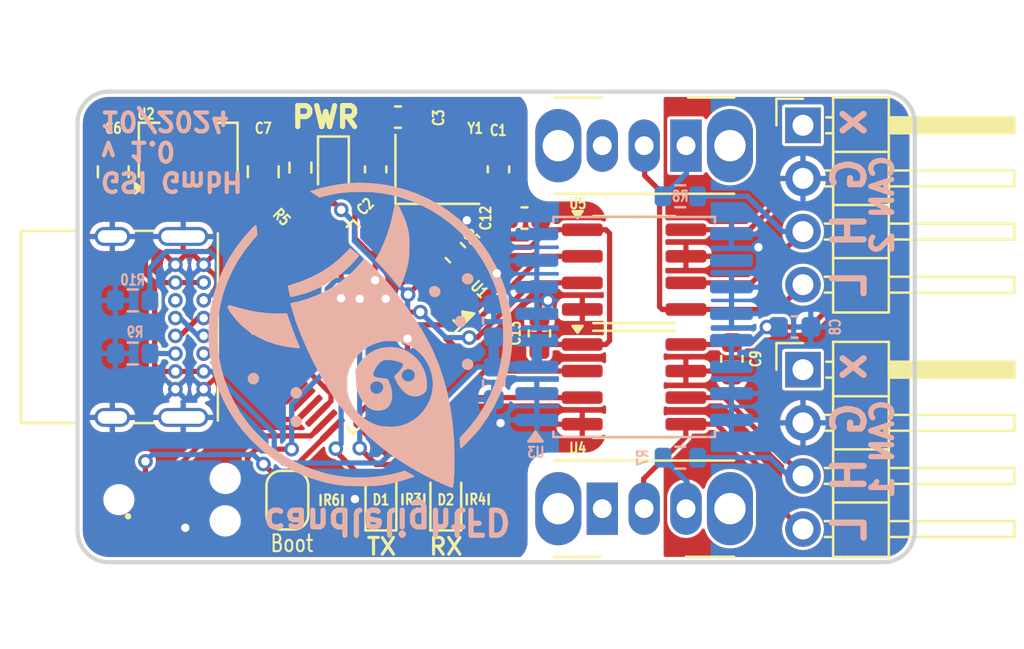
<source format=kicad_pcb>
(kicad_pcb (version 20240108) (generator "pcbnew") (generator_version "8.0")
  (title_block (title "${title}") (date "2022-03-07") (rev "R${release}") (company "${company}") (comment 1 "${release_state}") (comment 2 "${prefix}-P${type_number}-R${release}-B${pcb_variant}-C${pcb_ci}") (comment 3 "hardware/${prefix}-S${type_number}_${short_desciption}"))
  (layers (0 "F.Cu" signal) (31 "B.Cu" signal) (34 "B.Paste" user) (35 "F.Paste" user) (36 "B.SilkS" user "B.Silkscreen") (37 "F.SilkS" user "F.Silkscreen") (38 "B.Mask" user) (39 "F.Mask" user) (44 "Edge.Cuts" user))
  (property "company" "Linux Automation GmbH")
  (property "pcb_ci" "00")
  (property "pcb_variant" "01")
  (property "prefix" "candlelightfd")
  (property "release" "01")
  (property "release_state" "release")
  (property "sch_ci" "00")
  (property "sch_variant" "01")
  (property "short_desciption" "candlelightfd")
  (property "title" "Candlelight FD")
  (property "type_number" "01")
  (net 0 "")
  (net 1 "+3V3")
  (net 2 "GND")
  (net 3 "+5V")
  (net 4 "/USB_N")
  (net 5 "/USB_P")
  (net 6 "Net-(D1-A)")
  (net 7 "Net-(D2-A)")
  (net 8 "Net-(D3-A)")
  (net 9 "/MCU/SWCLK")
  (net 10 "/CAN1_H")
  (net 11 "/CAN1_L")
  (net 12 "/CAN2_H")
  (net 13 "/CAN2_L")
  (net 14 "/MCU/SWDIO")
  (net 15 "+5VD")
  (net 16 "/CAN Transceiver/CAN2_TX")
  (net 18 "/MCU/NRST")
  (net 19 "/MCU/LED_TX")
  (net 20 "/MCU/LED_RX")
  (net 21 "Net-(U1F-PF0{slash}OSC_IN)")
  (net 22 "Net-(U1F-PF1{slash}OSC_OUT)")
  (net 50 "/CAN Transceiver/CAN1_TX")
  (net 51 "/CAN Transceiver/CAN1_RX")
  (net 52 "/CAN Transceiver/CAN2_RX")
  (net 53 "GNDD")
  (net 61 "Net-(J3-CC2)")
  (net 62 "Net-(J3-CC1)")
  (net 66 "Net-(SW1-C)")
  (net 67 "Net-(SW2-A)")
  (footprint "Connector_Tag-Connect:TC2030-NL" (layer "F.Cu") (at 106.1466 137.8966)
    (property "Reference" "X3" (hide yes))
    (property "Value" "TC2030-NL")
  )
  (footprint "Capacitor_SMD:C_0603_1608Metric" (layer "F.Cu") (at 115.875676 122.106516 -90)
    (property "Reference" "C2")
    (property "Value" "6p2_0603_C0G_5%_50V_-40C..125C_Chip-Capacitor")
  )
  (footprint "Capacitor_SMD:C_0603_1608Metric" (layer "F.Cu") (at 132.8928 131.1656 -90)
    (property "Reference" "C9")
    (property "Value" "100n_0603_X7R_10%_50V_-40C..125C_Chip-Capacitor")
  )
  (footprint "LED_SMD:LED_0603_1608Metric" (layer "F.Cu") (at 116.1278 137.8844 90)
    (property "Reference" "D1")
    (property "Value" "KPT-1608SGC")
  )
  (footprint "Connector_USB:USB_C_Receptacle_GCT_USB4085" (layer "F.Cu") (at 107.657 126.6666 -90)
    (property "Reference" "J3" (hide yes))
    (property "Value" "USB_C_Receptacle_USB2.0_16P")
  )
  (footprint "Resistor_SMD:R_0603_1608Metric" (layer "F.Cu") (at 113.7666 137.922 -90)
    (property "Reference" "R6")
    (property "Value" "10k_0603_100mW_1%_E24_Chip-Resistor")
  )
  (footprint "Capacitor_SMD:C_0805_2012Metric" (layer "F.Cu") (at 103.3407 122.2238 90)
    (property "Reference" "C6")
    (property "Value" "10u_0805_X7R_10%_10V_-40C..125C_Chip-Capacitor")
  )
  (footprint "Capacitor_SMD:C_0603_1608Metric" (layer "F.Cu") (at 123.698 129.9464 90)
    (property "Reference" "C13")
    (property "Value" "100n_0603_X7R_10%_50V_-40C..125C_Chip-Capacitor")
  )
  (footprint "Package_TO_SOT_SMD:SOT-89-3" (layer "F.Cu") (at 106.9207 121.239 90)
    (property "Reference" "U2")
    (property "Value" "MCP1754ST-3302E/MB")
  )
  (footprint "Capacitor_SMD:C_0603_1608Metric" (layer "F.Cu") (at 121.7422 122.106516 90)
    (property "Reference" "C1")
    (property "Value" "6p2_0603_C0G_5%_50V_-40C..125C_Chip-Capacitor")
  )
  (footprint "Package_QFP:LQFP-48_7x7mm_P0.5mm" (layer "F.Cu") (at 114.808 129.6416 -135)
    (property "Reference" "U1")
    (property "Value" "STM32G0B1CBT")
  )
  (footprint "Capacitor_SMD:C_0603_1608Metric" (layer "F.Cu") (at 119.6848 126.0856 135)
    (property "Reference" "C5")
    (property "Value" "100n")
  )
  (footprint "Capacitor_SMD:C_0603_1608Metric" (layer "F.Cu") (at 122.9868 124.4346 180)
    (property "Reference" "C12")
    (property "Value" "100n_0603_X7R_10%_50V_-40C..125C_Chip-Capacitor")
  )
  (footprint "Capacitor_SMD:C_0603_1608Metric" (layer "F.Cu") (at 116.9416 119.6086)
    (property "Reference" "C3")
    (property "Value" "100n")
  )
  (footprint "Crystal:Crystal_SMD_3225-4Pin_3.2x2.5mm" (layer "F.Cu") (at 118.8212 122.106516)
    (property "Reference" "Y1")
    (property "Value" "830108313809")
  )
  (footprint "Resistor_SMD:R_0603_1608Metric" (layer "F.Cu") (at 117.6772 137.8844 90)
    (property "Reference" "R3")
    (property "Value" "1k_0603_100mW_1%_E24_Chip-Resistor")
  )
  (footprint "Connector_PinHeader_2.54mm:PinHeader_1x04_P2.54mm_Horizontal" (layer "F.Cu") (at 136.2902 119.9996)
    (property "Reference" "J2" (hide yes))
    (property "Value" "CAN2")
  )
  (footprint "Jumper:SolderJumper-2_P1.3mm_Open_RoundedPad1.0x1.5mm" (layer "F.Cu") (at 111.6584 137.922 90)
    (property "Reference" "P2" (hide yes))
    (property "Value" "CONN_01X02")
  )
  (footprint "Capacitor_SMD:C_0805_2012Metric" (layer "F.Cu") (at 110.5035 122.2238 90)
    (property "Reference" "C7")
    (property "Value" "1u_0805_X7R_10%_10V_-40C..125C_Chip-Capacitor")
  )
  (footprint "LED_SMD:LED_0603_1608Metric" (layer "F.Cu") (at 119.2266 137.8844 90)
    (property "Reference" "D2")
    (property "Value" "KPT-1608SGC")
  )
  (footprint "Button_Switch_THT:SW_Slide_SPDT_Angled_CK_OS102011MA1Q" (layer "F.Cu") (at 126.701801 138.3284)
    (property "Reference" "SW1" (hide yes))
    (property "Value" "Term1")
  )
  (footprint "Resistor_SMD:R_0603_1608Metric" (layer "F.Cu") (at 112.2815 122.0206 90)
    (property "Reference" "R5")
    (property "Value" "1k_0603_100mW_1%_E24_Chip-Resistor")
  )
  (footprint "Package_SO:SOIC-8_3.9x4.9mm_P1.27mm" (layer "F.Cu") (at 128.2192 132.3848)
    (property "Reference" "U4")
    (property "Value" "ISO1044BD")
  )
  (footprint "Button_Switch_THT:SW_Slide_SPDT_Angled_CK_OS102011MA1Q" (layer "F.Cu") (at 130.7018 120.9736 180)
    (property "Reference" "SW2" (hide yes))
    (property "Value" "Term2")
  )
  (footprint "Resistor_SMD:R_0603_1608Metric" (layer "F.Cu") (at 120.7506 137.8844 90)
    (property "Reference" "R4")
    (property "Value" "1k_0603_100mW_1%_E24_Chip-Resistor")
  )
  (footprint "LED_SMD:LED_0603_1608Metric" (layer "F.Cu") (at 113.8563 122.0206 -90)
    (property "Reference" "D3" (hide yes))
    (property "Value" "KPT-1608EC")
  )
  (footprint "Package_SO:SOIC-8_3.9x4.9mm_P1.27mm" (layer "F.Cu") (at 128.2232 126.8984)
    (property "Reference" "U5")
    (property "Value" "ISO1044BD")
  )
  (footprint "Connector_PinHeader_2.54mm:PinHeader_1x04_P2.54mm_Horizontal" (layer "F.Cu") (at 136.2902 131.6836)
    (property "Reference" "J1" (hide yes))
    (property "Value" "CAN1")
  )
  (footprint "Resistor_SMD:R_0603_1608Metric" (layer "B.Cu") (at 104.267 130.9116 180)
    (property "Reference" "R9")
    (property "Value" "5k1_0603_100mW_1%_E24_Chip-Resistor")
  )
  (footprint "Capacitor_SMD:C_0603_1608Metric" (layer "B.Cu") (at 135.89 129.6416)
    (property "Reference" "C8")
    (property "Value" "10u_0603_X7R_10%_50V_-40C..125C_Chip-Capacitor")
  )
  (footprint "Capacitor_SMD:C_0603_1608Metric" (layer "B.Cu") (at 121.5136 129.3368 90)
    (property "Reference" "C10" (hide yes))
    (property "Value" "10u_0603_X7R_10%_50V_-40C..125C_Chip-Capacitor")
  )
  (footprint "Resistor_SMD:R_0603_1608Metric" (layer "B.Cu") (at 130.429 123.3932 180)
    (property "Reference" "R8")
    (property "Value" "120")
  )
  (footprint "Package_SO:SOIC-16W_7.5x10.3mm_P1.27mm" (layer "B.Cu") (at 128.2232 129.6416)
    (property "Reference" "U3")
    (property "Value" "R05CTE05S")
  )
  (footprint "Capacitor_SMD:C_0603_1608Metric" (layer "B.Cu") (at 121.5176 132.334 -90)
    (property "Reference" "C11" (hide yes))
    (property "Value" "100n_0603_X7R_10%_50V_-40C..125C_Chip-Capacitor")
  )
  (footprint "Resistor_SMD:R_0603_1608Metric" (layer "B.Cu") (at 130.429 135.89 180)
    (property "Reference" "R7")
    (property "Value" "120")
  )
  (footprint "Resistor_SMD:R_0603_1608Metric" (layer "B.Cu") (at 104.267 128.3716 180)
    (property "Reference" "R10")
    (property "Value" "5k1_0603_100mW_1%_E24_Chip-Resistor")
  )
  (footprint "mechanical:lag_rocket_14.5mmx15mm" (layer "B.Cu") (at 115.132 129.8416)
    (property "Reference" "NB1" (hide yes))
    (property "Value" "LAG_Rocket" (hide yes))
  )
  (gr_line (start 141.632 119.8916) (end 141.632 139.3916) (stroke (width 0.2)) (layer "Edge.Cuts"))
  (gr_arc (start 101.632 119.8916) (mid 102.07134 118.83094) (end 103.132 118.3916) (stroke (width 0.2)) (layer "Edge.Cuts"))
  (gr_arc (start 141.632 139.3916) (mid 141.19266 140.45226) (end 140.132 140.8916) (stroke (width 0.2)) (layer "Edge.Cuts"))
  (gr_line (start 103.132 118.3916) (end 140.132 118.3916) (stroke (width 0.2)) (layer "Edge.Cuts"))
  (gr_line (start 140.132 140.8916) (end 103.132 140.8916) (stroke (width 0.2)) (layer "Edge.Cuts"))
  (gr_arc (start 140.132 118.3916) (mid 141.19266 118.83094) (end 141.632 119.8916) (stroke (width 0.2)) (layer "Edge.Cuts"))
  (gr_arc (start 103.132 140.8916) (mid 102.07134 140.45226) (end 101.632 139.3916) (stroke (width 0.2)) (layer "Edge.Cuts"))
  (gr_line (start 101.632 139.3916) (end 101.632 119.8916) (stroke (width 0.2)) (layer "Edge.Cuts"))
  (gr_text "candlelightFD" (at 116.432 138.9416 180) (layer "B.SilkS") (effects (font (size 1.2 1.15) (thickness 0.25) (bold yes)) (justify mirror)))
  (gr_text "CAN 2" (at 140.6652 123.7996 90) (layer "B.SilkS") (effects (font (size 1 1) (thickness 0.25) (bold yes)) (justify bottom mirror)))
  (gr_text "x G H L" (at 139.382 135.3916 90) (layer "B.SilkS") (effects (font (size 1.5 1.5) (thickness 0.3) (bold yes)) (justify bottom mirror)))
  (gr_text "GSI GmbH\nv 1.0\n10/2024" (at 102.632 121.2416 180) (layer "B.SilkS") (effects (font (size 0.9 0.9) (thickness 0.2) (bold yes)) (justify left mirror)))
  (gr_text "CAN 1" (at 140.6652 135.4836 90) (layer "B.SilkS") (effects (font (size 1 1) (thickness 0.25) (bold yes)) (justify bottom mirror)))
  (gr_text "x G H L" (at 139.382 123.7076 90) (layer "B.SilkS") (effects (font (size 1.5 1.5) (thickness 0.3) (bold yes)) (justify bottom mirror)))
  (gr_text "RX" (at 119.232 140.1416 0) (layer "F.SilkS") (effects (font (size 0.8 0.8) (thickness 0.15) (bold yes))))
  (gr_text "PWR" (at 113.4872 119.6086 0) (layer "F.SilkS") (effects (font (size 1 1) (thickness 0.25))))
  (gr_text "TX" (at 116.1542 140.1416 0) (layer "F.SilkS") (effects (font (size 0.8 0.8) (thickness 0.15) (bold yes))))
  (gr_text "Boot" (at 110.7948 140.462 0) (layer "F.SilkS") (effects (font (size 0.8 0.6) (thickness 0.1) (bold yes)) (justify left bottom)))
  (segment (start 124.1044 124.9934) (end 123.7618 125.336) (width 0.25) (layer "F.Cu") (net 1))
  (segment (start 120.232808 126.633608) (end 121.034816 125.8316) (width 0.25) (layer "F.Cu") (net 1))
  (segment (start 123.9396 130.4798) (end 123.698 130.7214) (width 0.25) (layer "F.Cu") (net 1))
  (segment (start 117.4242 128.08606) (end 118.281662 127.228598) (width 0.25) (layer "F.Cu") (net 1))
  (segment (start 127.0508 125.1712) (end 126.873 124.9934) (width 0.25) (layer "F.Cu") (net 1))
  (segment (start 104.8766 139.2936) (end 105.4608 139.8778) (width 0.25) (layer "F.Cu") (net 1))
  (segment (start 126.873 124.9934) (end 125.7482 124.9934) (width 0.25) (layer "F.Cu") (net 1))
  (segment (start 121.6904 138.431) (end 121.412 138.7094) (width 0.25) (layer "F.Cu") (net 1))
  (segment (start 123.7618 124.6508) (end 124.1044 124.9934) (width 0.25) (layer "F.Cu") (net 1))
  (segment (start 114.935 133.9342) (end 114.935 134.2898) (width 0.25) (layer "F.Cu") (net 1))
  (segment (start 111.1758 139.8778) (end 111.8108 139.2428) (width 0.25) (layer "F.Cu") (net 1))
  (segment (start 121.0798 135.7122) (end 121.6904 136.3228) (width 0.25) (layer "F.Cu") (net 1))
  (segment (start 113.932 123.7416) (end 112.432 123.7416) (width 0.25) (layer "F.Cu") (net 1))
  (segment (start 112.432 123.7416) (end 112.2815 123.5911) (width 0.25) (layer "F.Cu") (net 1))
  (segment (start 114.232 124.0416) (end 113.932 123.7416) (width 0.25) (layer "F.Cu") (net 1))
  (segment (start 112.1921 122.935) (end 112.2815 122.8456) (width 0.25) (layer "F.Cu") (net 1))
  (segment (start 123.7618 124.4346) (end 123.7618 124.6508) (width 0.25) (layer "F.Cu") (net 1))
  (segment (start 125.7442 130.4798) (end 123.9396 130.4798) (width 0.25) (layer "F.Cu") (net 1))
  (segment (start 126.873 130.4798) (end 127.0508 130.302) (width 0.25) (layer "F.Cu") (net 1))
  (segment (start 119.583758 126.633608) (end 118.635215 127.582151) (width 0.25) (layer "F.Cu") (net 1))
  (segment (start 112.0902 139.5222) (end 111.8108 139.2428) (width 0.25) (layer "F.Cu") (net 1))
  (segment (start 117.982 139.5232) (end 117.6772 139.2184) (width 0.25) (layer "F.Cu") (net 1))
  (segment (start 117.6772 138.7094) (end 117.6772 139.193) (width 0.25) (layer "F.Cu") (net 1))
  (segment (start 110.4883 123.189) (end 110.5035 123.1738) (width 0.25) (layer "F.Cu") (net 1))
  (segment (start 117.4242 128.0922) (end 117.4242 128.08606) (width 0.25) (layer "F.Cu") (net 1))
  (segment (start 114.935 134.2898) (end 116.3574 135.7122) (width 0.25) (layer "F.Cu") (net 1))
  (segment (start 110.7423 122.935) (end 112.1921 122.935) (width 0.25) (layer "F.Cu") (net 1))
  (segment (start 105.4608 139.8778) (end 111.1758 139.8778) (width 0.25) (layer "F.Cu") (net 1))
  (segment (start 108.4207 123.189) (end 110.4883 123.189) (width 0.25) (layer "F.Cu") (net 1))
  (segment (start 111.8108 139.2428) (end 111.8108 138.724399) (width 0.25) (layer "F.Cu") (net 1))
  (segment (start 112.2815 123.5911) (end 112.2815 122.8456) (width 0.25) (layer "F.Cu") (net 1))
  (segment (start 118.281662 127.228598) (end 118.635215 127.582151) (width 0.25) (layer "F.Cu") (net 1))
  (segment (start 120.4458 139.5232) (end 117.982 139.5232) (width 0.25) (layer "F.Cu") (net 1))
  (segment (start 116.3574 135.7122) (end 121.0798 135.7122) (width 0.25) (layer "F.Cu") (net 1))
  (segment (start 117.3988 130.2004) (end 117.3988 131.4704) (width 0.25) (layer "F.Cu") (net 1))
  (segment (start 104.8766 138.5316) (end 104.8766 139.2936) (width 0.25) (layer "F.Cu") (net 1))
  (segment (start 117.6772 139.193) (end 117.348 139.5222) (width 0.25) (layer "F.Cu") (net 1))
  (segment (start 117.3988 131.4704) (end 114.935 133.9342) (width 0.25) (layer "F.Cu") (net 1))
  (segment (start 123.2662 125.8316) (end 123.7618 125.336) (width 0.25) (layer "F.Cu") (net 1))
  (segment (start 120.232808 126.633608) (end 119.583758 126.633608) (width 0.25) (layer "F.Cu") (net 1))
  (segment (start 125.7442 130.4798) (end 126.873 130.4798) (width 0.25) (layer "F.Cu") (net 1))
  (segment (start 127.0508 130.302) (end 127.0508 125.1712) (width 0.25) (layer "F.Cu") (net 1))
  (segment (start 121.412 138.7094) (end 120.7506 138.7094) (width 0.25) (layer "F.Cu") (net 1))
  (segment (start 110.5035 123.1738) (end 110.7423 122.935) (width 0.25) (layer "F.Cu") (net 1))
  (segment (start 120.7506 138.7094) (end 120.7506 139.2184) (width 0.25) (layer "F.Cu") (net 1))
  (segment (start 111.8108 138.724399) (end 111.6584 138.571999) (width 0.25) (layer "F.Cu") (net 1))
  (segment (start 121.034816 125.8316) (end 123.2662 125.8316) (width 0.25) (layer "F.Cu") (net 1))
  (segment (start 117.6772 139.2184) (end 117.6772 138.7094) (width 0.25) (layer "F.Cu") (net 1))
  (segment (start 125.7482 124.9934) (end 124.1044 124.9934) (width 0.25) (layer "F.Cu") (net 1))
  (segment (start 117.348 139.5222) (end 112.0902 139.5222) (width 0.25) (layer "F.Cu") (net 1))
  (segment (start 120.7506 139.2184) (end 120.4458 139.5232) (width 0.25) (layer "F.Cu") (net 1))
  (segment (start 121.6904 136.3228) (end 121.6904 138.431) (width 0.25) (layer "F.Cu") (net 1))
  (segment (start 117.928109 126.875045) (end 118.281662 127.228598) (width 0.25) (layer "F.Cu") (net 1))
  (via (at 114.232 124.0416) (size 0.7) (drill 0.4) (layers "F.Cu" "B.Cu") (net 1))
  (via (at 117.3988 130.2004) (size 0.7) (drill 0.4) (layers "F.Cu" "B.Cu") (net 1))
  (via (at 117.4242 128.0922) (size 0.7) (drill 0.4) (layers "F.Cu" "B.Cu") (net 1))
  (segment (start 114.8588 124.6684) (end 114.8588 125.5268) (width 0.25) (layer "B.Cu") (net 1))
  (segment (start 117.3988 130.2004) (end 117.3988 128.1176) (width 0.25) (layer "B.Cu") (net 1))
  (segment (start 114.8588 125.5268) (end 117.4242 128.0922) (width 0.25) (layer "B.Cu") (net 1))
  (segment (start 114.232 124.0416) (end 114.8588 124.6684) (width 0.25) (layer "B.Cu") (net 1))
  (segment (start 117.3988 128.1176) (end 117.4242 128.0922) (width 0.25) (layer "B.Cu") (net 1))
  (segment (start 121.7422 122.881516) (end 119.9962 122.881516) (width 0.25) (layer "F.Cu") (net 2))
  (segment (start 117.574555 126.521491) (end 118.558454 125.537592) (width 0.25) (layer "F.Cu") (net 2))
  (segment (start 115.950675 121.256516) (end 117.7212 121.256516) (width 0.25) (layer "F.Cu") (net 2))
  (segment (start 115.875676 121.331516) (end 115.950675 121.256516) (width 0.25) (layer "F.Cu") (net 2))
  (segment (start 118.558454 125.537592) (end 119.136792 125.537592) (width 0.25) (layer "F.Cu") (net 2))
  (segment (start 119.9962 122.881516) (end 119.9212 122.956516) (width 0.25) (layer "F.Cu") (net 2))
  (via (at 106.7816 139.2428) (size 0.7) (drill 0.4) (layers "F.Cu" "B.Cu") (net 2))
  (via (at 124.1044 128.3716) (size 0.7) (drill 0.4) (layers "F.Cu" "B.Cu") (net 2))
  (via (at 120.232 124.5416) (size 0.7) (drill 0.4) (layers "F.Cu" "B.Cu") (net 2))
  (via (at 121.666 127.0762) (size 0.7) (drill 0.4) (layers "F.Cu" "B.Cu") (net 2))
  (via (at 114.8842 137.8712) (size 0.7) (drill 0.4) (layers "F.Cu" "B.Cu") (net 2))
  (via (at 121.8438 134.239) (size 0.7) (drill 0.4) (layers "F.Cu" "B.Cu") (net 2))
  (via (at 116.3574 128.2954) (size 0.7) (drill 0.4) (layers "F.Cu" "B.Cu") (net 2))
  (segment (start 105.317 131.479) (end 105.317 127.5166) (width 0.25) (layer "F.Cu") (net 3))
  (segment (start 103.3407 123.1738) (end 103.3559 123.189) (width 0.25) (layer "F.Cu") (net 3))
  (segment (start 103.3559 123.189) (end 105.4207 123.189) (width 0.25) (layer "F.Cu") (net 3))
  (segment (start 107.657 131.7666) (end 106.307 131.7666) (width 0.25) (layer "F.Cu") (net 3))
  (segment (start 105.317 127.5166) (end 106.307 127.5166) (width 0.25) (layer "F.Cu") (net 3))
  (segment (start 105.317 127.5166) (end 104.8766 127.0762) (width 0.25) (layer "F.Cu") (net 3))
  (segment (start 105.6046 131.7666) (end 105.317 131.479) (width 0.25) (layer "F.Cu") (net 3))
  (segment (start 104.8766 124.587) (end 105.4207 124.0429) (width 0.25) (layer "F.Cu") (net 3))
  (segment (start 106.307 127.5166) (end 107.657 127.5166) (width 0.25) (layer "F.Cu") (net 3))
  (segment (start 105.4207 124.0429) (end 105.4207 123.189) (width 0.25) (layer "F.Cu") (net 3))
  (segment (start 106.307 131.7666) (end 105.6046 131.7666) (width 0.25) (layer "F.Cu") (net 3))
  (segment (start 104.8766 127.0762) (end 104.8766 124.587) (width 0.25) (layer "F.Cu") (net 3))
  (segment (start 116.1288 136.144) (end 120.7138 131.559) (width 0.25) (layer "B.Cu") (net 3))
  (segment (start 111.032 135.7208) (end 111.4552 136.144) (width 0.25) (layer "B.Cu") (net 3))
  (segment (start 111.032 134.7416) (end 111.032 135.7208) (width 0.25) (layer "B.Cu") (net 3))
  (segment (start 123.5732 130.2766) (end 121.6784 130.2766) (width 0.5) (layer "B.Cu") (net 3))
  (segment (start 111.4552 136.144) (end 116.1288 136.144) (width 0.25) (layer "B.Cu") (net 3))
  (segment (start 123.5732 131.5466) (end 121.53 131.5466) (width 0.5) (layer "B.Cu") (net 3))
  (segment (start 121.5176 131.559) (end 121.5136 131.555) (width 0.5) (layer "B.Cu") (net 3))
  (segment (start 120.7138 131.559) (end 121.5176 131.559) (width 0.25) (layer "B.Cu") (net 3))
  (segment (start 121.6784 130.2766) (end 121.5136 130.1118) (width 0.5) (layer "B.Cu") (net 3))
  (segment (start 123.5732 130.2766) (end 123.5732 131.5466) (width 0.5) (layer "B.Cu") (net 3))
  (segment (start 121.5136 131.555) (end 121.5136 130.1118) (width 0.5) (layer "B.Cu") (net 3))
  (segment (start 108.057 131.7666) (end 111.032 134.7416) (width 0.25) (layer "B.Cu") (net 3))
  (segment (start 107.657 131.7666) (end 108.057 131.7666) (width 0.25) (layer "B.Cu") (net 3))
  (segment (start 121.53 131.5466) (end 121.5176 131.559) (width 0.5) (layer "B.Cu") (net 3))
  (segment (start 108.7628 130.556) (end 108.7628 131.2672) (width 0.25) (layer "F.Cu") (net 4))
  (segment (start 112.156166 134.0612) (end 112.748551 133.468815) (width 0.25) (layer "F.Cu") (net 4))
  (segment (start 108.2734 130.0666) (end 108.7628 130.556) (width 0.25) (layer "F.Cu") (net 4))
  (segment (start 107.657 130.0666) (end 108.2734 130.0666) (width 0.25) (layer "F.Cu") (net 4))
  (segment (start 111.5568 134.0612) (end 112.156166 134.0612) (width 0.25) (layer "F.Cu") (net 4))
  (segment (start 108.7628 131.2672) (end 111.5568 134.0612) (width 0.25) (layer "F.Cu") (net 4))
  (segment (start 106.5392 129.2166) (end 107.3892 130.0666) (width 0.25) (layer "B.Cu") (net 4))
  (segment (start 106.307 129.2166) (end 106.5392 129.2166) (width 0.25) (layer "B.Cu") (net 4))
  (segment (start 107.3892 130.0666) (end 107.657 130.0666) (width 0.25) (layer "B.Cu") (net 4))
  (segment (start 108.6612 129.5908) (end 110.49 129.5908) (width 0.25) (layer "F.Cu") (net 5))
  (segment (start 113.7412 133.183274) (end 113.102105 133.822369) (width 0.25) (layer "F.Cu") (net 5))
  (segment (start 107.3868 129.2166) (end 107.657 129.2166) (width 0.25) (layer "F.Cu") (net 5))
  (segment (start 113.7412 132.842) (end 113.7412 133.183274) (width 0.25) (layer "F.Cu") (net 5))
  (segment (start 110.49 129.5908) (end 113.7412 132.842) (width 0.25) (layer "F.Cu") (net 5))
  (segment (start 107.657 129.2166) (end 108.287 129.2166) (width 0.25) (layer "F.Cu") (net 5))
  (segment (start 106.5368 130.0666) (end 107.3868 129.2166) (width 0.25) (layer "F.Cu") (net 5))
  (segment (start 108.287 129.2166) (end 108.6612 129.5908) (width 0.25) (layer "F.Cu") (net 5))
  (segment (start 106.307 130.0666) (end 106.5368 130.0666) (width 0.25) (layer "F.Cu") (net 5))
  (segment (start 116.1278 138.671901) (end 116.1278 138.6088) (width 0.25) (layer "F.Cu") (net 6))
  (segment (start 116.1278 138.6088) (end 117.6772 137.0594) (width 0.25) (layer "F.Cu") (net 6))
  (segment (start 119.2266 138.671901) (end 119.2266 138.5834) (width 0.25) (layer "F.Cu") (net 7))
  (segment (start 119.2266 138.5834) (end 120.7506 137.0594) (width 0.25) (layer "F.Cu") (net 7))
  (segment (start 113.818801 121.1956) (end 113.8563 121.233099) (width 0.25) (layer "F.Cu") (net 8))
  (segment (start 112.2815 121.1956) (end 113.818801 121.1956) (width 0.25) (layer "F.Cu") (net 8))
  (segment (start 104.8766 136.0678) (end 104.8766 137.2626) (width 0.25) (layer "F.Cu") (net 9))
  (segment (start 110.5154 136.1948) (end 111.592601 137.272001) (width 0.25) (layer "F.Cu") (net 9))
  (segment (start 111.6584 136.6774) (end 111.6584 137.272001) (width 0.25) (layer "F.Cu") (net 9))
  (segment (start 113.806324 134.529476) (end 111.6584 136.6774) (width 0.25) (layer "F.Cu") (net 9))
  (segment (start 113.809212 134.529476) (end 113.806324 134.529476) (width 0.25) (layer "F.Cu") (net 9))
  (segment (start 113.7666 137.097) (end 111.833401 137.097) (width 0.25) (layer "F.Cu") (net 9))
  (segment (start 111.592601 137.272001) (end 111.6584 137.272001) (width 0.25) (layer "F.Cu") (net 9))
  (segment (start 111.833401 137.097) (end 111.6584 137.272001) (width 0.25) (layer "F.Cu") (net 9))
  (via (at 104.8766 136.0678) (size 0.7) (drill 0.4) (layers "F.Cu" "B.Cu") (net 9))
  (via (at 110.5154 136.1948) (size 0.7) (drill 0.4) (layers "F.Cu" "B.Cu") (net 9))
  (segment (start 110.0368 135.7416) (end 105.2028 135.7416) (width 0.25) (layer "B.Cu") (net 9))
  (segment (start 105.2028 135.7416) (end 104.8766 136.0678) (width 0.25) (layer "B.Cu") (net 9))
  (segment (start 110.5154 136.1948) (end 110.49 136.1948) (width 0.25) (layer "B.Cu") (net 9))
  (segment (start 110.49 136.1948) (end 110.0368 135.7416) (width 0.25) (layer "B.Cu") (net 9))
  (segment (start 136.281 136.7636) (end 136.2902 136.7636) (width 0.25) (layer "F.Cu") (net 10))
  (segment (start 136.2902 136.7636) (end 136.2902 136.8652) (width 0.25) (layer "F.Cu") (net 10))
  (segment (start 130.6942 133.0198) (end 132.5372 133.0198) (width 0.25) (layer "F.Cu") (net 10))
  (segment (start 132.5372 133.0198) (end 136.281 136.7636) (width 0.25) (layer "F.Cu") (net 10))
  (segment (start 134.7216 135.89) (end 135.6968 136.8652) (width 0.25) (layer "B.Cu") (net 10))
  (segment (start 131.254 135.89) (end 134.7216 135.89) (width 0.25) (layer "B.Cu") (net 10))
  (segment (start 135.6968 136.8652) (end 136.2902 136.8652) (width 0.25) (layer "B.Cu") (net 10))
  (segment (start 134.7216 137.8204) (end 136.2902 139.389) (width 0.25) (layer "F.Cu") (net 11))
  (segment (start 130.6942 134.8882) (end 128.676401 136.905999) (width 0.25) (layer "F.Cu") (net 11))
  (segment (start 128.676401 136.905999) (end 128.676401 138.8684) (width 0.25) (layer "F.Cu") (net 11))
  (segment (start 134.7216 136.8552) (end 134.7216 137.8204) (width 0.25) (layer "F.Cu") (net 11))
  (segment (start 130.6942 134.2898) (end 130.6942 134.8882) (width 0.25) (layer "F.Cu") (net 11))
  (segment (start 132.1562 134.2898) (end 134.7216 136.8552) (width 0.25) (layer "F.Cu") (net 11))
  (segment (start 130.6942 134.2898) (end 132.1562 134.2898) (width 0.25) (layer "F.Cu") (net 11))
  (segment (start 136.2902 139.389) (end 136.2902 139.4052) (width 0.25) (layer "F.Cu") (net 11))
  (segment (start 130.6982 127.5334) (end 133.8326 127.5334) (width 0.25) (layer "F.Cu") (net 12))
  (segment (start 133.8326 127.5334) (end 136.2864 125.0796) (width 0.25) (layer "F.Cu") (net 12))
  (segment (start 136.2864 125.0796) (end 136.2902 125.0796) (width 0.25) (layer "F.Cu") (net 12))
  (segment (start 131.254 123.3932) (end 133.6294 123.3932) (width 0.25) (layer "B.Cu") (net 12))
  (segment (start 133.6294 123.3932) (end 135.3158 125.0796) (width 0.25) (layer "B.Cu") (net 12))
  (segment (start 135.3158 125.0796) (end 136.2902 125.0796) (width 0.25) (layer "B.Cu") (net 12))
  (segment (start 136.2864 127.6196) (end 136.2902 127.6196) (width 0.25) (layer "F.Cu") (net 13))
  (segment (start 129.4384 128.6764) (end 129.4384 123.1138) (width 0.25) (layer "F.Cu") (net 13))
  (segment (start 135.1026 128.8034) (end 136.2864 127.6196) (width 0.25) (layer "F.Cu") (net 13))
  (segment (start 129.5654 128.8034) (end 129.4384 128.6764) (width 0.25) (layer "F.Cu") (net 13))
  (segment (start 130.6982 128.8034) (end 135.1026 128.8034) (width 0.25) (layer "F.Cu") (net 13))
  (segment (start 128.727199 122.402599) (end 128.727199 120.904) (width 0.25) (layer "F.Cu") (net 13))
  (segment (start 129.4384 123.1138) (end 128.727199 122.402599) (width 0.25) (layer "F.Cu") (net 13))
  (segment (start 130.6982 128.8034) (end 129.5654 128.8034) (width 0.25) (layer "F.Cu") (net 13))
  (segment (start 112.78298 134.8486) (end 107.901 134.8486) (width 0.25) (layer "F.Cu") (net 14))
  (segment (start 113.455658 134.175922) (end 112.78298 134.8486) (width 0.25) (layer "F.Cu") (net 14))
  (segment (start 106.1466 136.603) (end 106.1466 137.2616) (width 0.25) (layer "F.Cu") (net 14))
  (segment (start 107.901 134.8486) (end 106.1466 136.603) (width 0.25) (layer "F.Cu") (net 14))
  (segment (start 137.8204 128.4532) (end 137.8204 124.53) (width 0.25) (layer "F.Cu") (net 15))
  (segment (start 134.5692 129.6416) (end 133.8202 130.3906) (width 0.25) (layer "F.Cu") (net 15))
  (segment (start 136.632 129.6416) (end 137.8204 128.4532) (width 0.25) (layer "F.Cu") (net 15))
  (segment (start 137.132 123.8416) (end 134.8828 123.8416) (width 0.25) (layer "F.Cu") (net 15))
  (segment (start 133.731 124.9934) (end 130.6982 124.9934) (width 0.25) (layer "F.Cu") (net 15))
  (segment (start 130.6942 130.4798) (end 132.8036 130.4798) (width 0.25) (layer "F.Cu") (net 15))
  (segment (start 133.8202 130.3906) (end 132.8928 130.3906) (width 0.25) (layer "F.Cu") (net 15))
  (segment (start 132.8036 130.4798) (end 132.8928 130.3906) (width 0.25) (layer "F.Cu") (net 15))
  (segment (start 137.8204 124.53) (end 137.132 123.8416) (width 0.25) (layer "F.Cu") (net 15))
  (segment (start 134.5692 129.6416) (end 136.632 129.6416) (width 0.25) (layer "F.Cu") (net 15))
  (segment (start 134.8828 123.8416) (end 133.731 124.9934) (width 0.25) (layer "F.Cu") (net 15))
  (via (at 134.5692 129.6416) (size 0.7) (drill 0.4) (layers "F.Cu" "B.Cu") (net 15))
  (segment (start 132.8732 130.2766) (end 132.8732 131.5466) (width 0.25) (layer "B.Cu") (net 15))
  (segment (start 133.9342 130.2766) (end 132.8732 130.2766) (width 0.25) (layer "B.Cu") (net 15))
  (segment (start 134.5692 129.6416) (end 133.9342 130.2766) (width 0.25) (layer "B.Cu") (net 15))
  (segment (start 135.115 129.6416) (end 134.5692 129.6416) (width 0.25) (layer "B.Cu") (net 15))
  (segment (start 125.7482 126.2634) (end 123.7996 126.2634) (width 0.25) (layer "F.Cu") (net 16))
  (segment (start 113.64574 129.54) (end 111.334338 127.228598) (width 0.25) (layer "F.Cu") (net 16))
  (segment (start 120.523 129.54) (end 113.64574 129.54) (width 0.25) (layer "F.Cu") (net 16))
  (segment (start 123.7996 126.2634) (end 120.523 129.54) (width 0.25) (layer "F.Cu") (net 16))
  (segment (start 110.1598 135.4836) (end 109.7534 135.89) (width 0.25) (layer "F.Cu") (net 18))
  (segment (start 109.7534 137.7188) (end 109.5756 137.8966) (width 0.25) (layer "F.Cu") (net 18))
  (segment (start 115.609726 126.125326) (end 114.8842 125.3998) (width 0.25) (layer "F.Cu") (net 18))
  (segment (start 115.8494 127.4064) (end 115.8494 126.125326) (width 0.25) (layer "F.Cu") (net 18))
  (segment (start 108.0516 137.8966) (end 107.4166 138.5316) (width 0.25) (layer "F.Cu") (net 18))
  (segment (start 115.8494 126.125326) (end 115.609726 126.125326) (width 0.25) (layer "F.Cu") (net 18))
  (segment (start 109.7534 135.89) (end 109.7534 137.7188) (width 0.25) (layer "F.Cu") (net 18))
  (segment (start 111.8616 135.4836) (end 110.1598 135.4836) (width 0.25) (layer "F.Cu") (net 18))
  (segment (start 115.8494 126.125326) (end 116.513895 125.460831) (width 0.25) (layer "F.Cu") (net 18))
  (segment (start 114.8842 120.5354) (end 115.8872 119.5324) (width 0.25) (layer "F.Cu") (net 18))
  (segment (start 114.8842 125.3998) (end 114.8842 120.5354) (width 0.25) (layer "F.Cu") (net 18))
  (segment (start 109.5756 137.8966) (end 108.0516 137.8966) (width 0.25) (layer "F.Cu") (net 18))
  (via (at 111.8616 135.4836) (size 0.7) (drill 0.4) (layers "F.Cu" "B.Cu") (net 18))
  (via (at 115.8494 127.4064) (size 0.7) (drill 0.4) (layers "F.Cu" "B.Cu") (net 18))
  (segment (start 111.8616 135.4836) (end 111.8616 133.35) (width 0.25) (layer "B.Cu") (net 18))
  (segment (start 113.5634 127.8128) (end 113.9698 127.4064) (width 0.25) (layer "B.Cu") (net 18))
  (segment (start 113.5634 131.6482) (end 113.5634 127.8128) (width 0.25) (layer "B.Cu") (net 18))
  (segment (start 113.9698 127.4064) (end 115.8494 127.4064) (width 0.25) (layer "B.Cu") (net 18))
  (segment (start 111.8616 133.35) (end 113.5634 131.6482) (width 0.25) (layer "B.Cu") (net 18))
  (segment (start 114.2238 128.27) (end 114.2238 126.582526) (width 0.25) (layer "F.Cu") (net 19))
  (segment (start 113.9698 135.5852) (end 115.481499 137.096899) (width 0.25) (layer "F.Cu") (net 19))
  (segment (start 113.9698 135.4582) (end 113.9698 135.5852) (width 0.25) (layer "F.Cu") (net 19))
  (segment (start 114.2238 126.582526) (end 113.102105 125.460831) (width 0.25) (layer "F.Cu") (net 19))
  (segment (start 115.481499 137.096899) (end 116.1278 137.096899) (width 0.25) (layer "F.Cu") (net 19))
  (via (at 114.2238 128.27) (size 0.7) (drill 0.4) (layers "F.Cu" "B.Cu") (net 19))
  (via (at 113.9698 135.4582) (size 0.7) (drill 0.4) (layers "F.Cu" "B.Cu") (net 19))
  (segment (start 114.2238 135.2296) (end 113.9952 135.4582) (width 0.25) (layer "B.Cu") (net 19))
  (segment (start 114.2238 131.0386) (end 114.2238 135.2296) (width 0.25) (layer "B.Cu") (net 19))
  (segment (start 113.9952 135.4582) (end 113.9698 135.4582) (width 0.25) (layer "B.Cu") (net 19))
  (segment (start 114.2238 128.27) (end 114.2238 131.0386) (width 0.25) (layer "B.Cu") (net 19))
  (segment (start 113.474078 125.107278) (end 113.455658 125.107278) (width 0.25) (layer "F.Cu") (net 20))
  (segment (start 115.9002 136.2202) (end 115.1128 135.4328) (width 0.25) (layer "F.Cu") (net 20))
  (segment (start 119.2266 136.6906) (end 119.2266 137.096899) (width 0.25) (layer "F.Cu") (net 20))
  (segment (start 115.1128 135.4328) (end 115.1128 135.4582) (width 0.25) (layer "F.Cu") (net 20))
  (segment (start 119.2266 137.096899) (end 119.2266 136.4752) (width 0.25) (layer "F.Cu") (net 20))
  (segment (start 118.9716 136.2202) (end 115.9002 136.2202) (width 0.25) (layer "F.Cu") (net 20))
  (segment (start 115.1128 126.746) (end 113.474078 125.107278) (width 0.25) (layer "F.Cu") (net 20))
  (segment (start 119.2266 136.4752) (end 118.9716 136.2202) (width 0.25) (layer "F.Cu") (net 20))
  (segment (start 115.1128 128.2954) (end 115.1128 126.746) (width 0.25) (layer "F.Cu") (net 20))
  (via (at 115.1128 135.4328) (size 0.7) (drill 0.4) (layers "F.Cu" "B.Cu") (net 20))
  (via (at 115.1128 128.2954) (size 0.7) (drill 0.4) (layers "F.Cu" "B.Cu") (net 20))
  (segment (start 115.1128 131.1148) (end 115.1128 132.8166) (width 0.25) (layer "B.Cu") (net 20))
  (segment (start 115.1128 132.8166) (end 115.1128 135.4328) (width 0.25) (layer "B.Cu") (net 20))
  (segment (start 115.1128 128.2954) (end 115.1128 131.1148) (width 0.25) (layer "B.Cu") (net 20))
  (segment (start 121.7422 121.331516) (end 119.9962 121.331516) (width 0.25) (layer "F.Cu") (net 21))
  (segment (start 118.8212 122.2502) (end 119.814884 121.256516) (width 0.25) (layer "F.Cu") (net 21))
  (segment (start 119.814884 121.256516) (end 119.9212 121.256516) (width 0.25) (layer "F.Cu") (net 21))
  (segment (start 118.8212 124.56774) (end 118.8212 122.2502) (width 0.25) (layer "F.Cu") (net 21))
  (segment (start 117.221002 126.167938) (end 118.8212 124.56774) (width 0.25) (layer "F.Cu") (net 21))
  (segment (start 119.9962 121.331516) (end 119.9212 121.256516) (width 0.25) (layer "F.Cu") (net 21))
  (segment (start 115.950675 122.956516) (end 117.7212 122.956516) (width 0.25) (layer "F.Cu") (net 22))
  (segment (start 117.7212 124.960634) (end 117.7212 122.956516) (width 0.25) (layer "F.Cu") (net 22))
  (segment (start 115.875676 122.881516) (end 115.950675 122.956516) (width 0.25) (layer "F.Cu") (net 22))
  (segment (start 116.867449 125.814385) (end 117.7212 124.960634) (width 0.25) (layer "F.Cu") (net 22))
  (segment (start 121.0818 131.7498) (end 118.11 134.7216) (width 0.25) (layer "F.Cu") (net 50))
  (segment (start 117.413126 134.7216) (end 116.513895 133.822369) (width 0.25) (layer "F.Cu") (net 50))
  (segment (start 118.11 134.7216) (end 117.413126 134.7216) (width 0.25) (layer "F.Cu") (net 50))
  (segment (start 125.7442 131.7498) (end 121.0818 131.7498) (width 0.25) (layer "F.Cu") (net 50))
  (segment (start 118.4656 135.128) (end 117.11242 135.128) (width 0.25) (layer "F.Cu") (net 51))
  (segment (start 117.11242 135.128) (end 116.160342 134.175922) (width 0.25) (layer "F.Cu") (net 51))
  (segment (start 125.7442 133.0198) (end 120.5738 133.0198) (width 0.25) (layer "F.Cu") (net 51))
  (segment (start 120.5738 133.0198) (end 118.4656 135.128) (width 0.25) (layer "F.Cu") (net 51))
  (segment (start 120.3452 130.1496) (end 120.7262 130.1496) (width 0.25) (layer "F.Cu") (net 52))
  (segment (start 123.3424 127.5334) (end 125.7482 127.5334) (width 0.25) (layer "F.Cu") (net 52))
  (segment (start 120.7262 130.1496) (end 123.3424 127.5334) (width 0.25) (layer "F.Cu") (net 52))
  (segment (start 113.743246 128.9304) (end 111.687891 126.875045) (width 0.25) (layer "F.Cu") (net 52))
  (segment (start 118.0084 128.9304) (end 113.743246 128.9304) (width 0.25) (layer "F.Cu") (net 52))
  (via (at 118.0084 128.9304) (size 0.7) (drill 0.4) (layers "F.Cu" "B.Cu") (net 52))
  (via (at 120.3452 130.1496) (size 0.7) (drill 0.4) (layers "F.Cu" "B.Cu") (net 52))
  (segment (start 119.2276 130.1496) (end 120.3452 130.1496) (width 0.25) (layer "B.Cu") (net 52))
  (segment (start 118.0084 128.9304) (end 119.2276 130.1496) (width 0.25) (layer "B.Cu") (net 52))
  (segment (start 133.731 126.2634) (end 134.1628 125.8316) (width 0.25) (layer "F.Cu") (net 53))
  (segment (start 130.6982 126.2634) (end 133.731 126.2634) (width 0.25) (layer "F.Cu") (net 53))
  (via (at 134.1628 125.8316) (size 0.7) (drill 0.4) (layers "F.Cu" "B.Cu") (net 53))
  (segment (start 105.092 130.9116) (end 106.302 130.9116) (width 0.25) (layer "B.Cu") (net 61))
  (segment (start 106.302 130.9116) (end 106.307 130.9166) (width 0.25) (layer "B.Cu") (net 61))
  (segment (start 105.8672 126.0348) (end 107.95 126.0348) (width 0.25) (layer "B.Cu") (net 62))
  (segment (start 107.7518 128.3666) (end 107.657 128.3666) (width 0.25) (layer "B.Cu") (net 62))
  (segment (start 105.092 126.81) (end 105.8672 126.0348) (width 0.25) (layer "B.Cu") (net 62))
  (segment (start 107.95 126.0348) (end 108.3056 126.3904) (width 0.25) (layer "B.Cu") (net 62))
  (segment (start 108.3056 127.8128) (end 107.7518 128.3666) (width 0.25) (layer "B.Cu") (net 62))
  (segment (start 108.3056 126.3904) (end 108.3056 127.8128) (width 0.25) (layer "B.Cu") (net 62))
  (segment (start 105.092 128.3716) (end 105.092 126.81) (width 0.25) (layer "B.Cu") (net 62))
  (segment (start 130.6764 138.8684) (end 130.7592 138.7856) (width 0.25) (layer "B.Cu") (net 66))
  (segment (start 130.7592 138.7856) (end 130.7592 137.0452) (width 0.25) (layer "B.Cu") (net 66))
  (segment (start 130.7592 137.0452) (end 129.604 135.89) (width 0.25) (layer "B.Cu") (net 66))
  (segment (start 130.7272 122.2888) (end 129.6228 123.3932) (width 0.25) (layer "B.Cu") (net 67))
  (segment (start 129.6228 123.3932) (end 129.604 123.3932) (width 0.25) (layer "B.Cu") (net 67))
  (segment (start 130.7272 120.904) (end 130.7272 122.2888) (width 0.25) (layer "B.Cu") (net 67))
  (zone (net 53) (net_name "GNDD") (layers "F&B.Cu") (priority 1) (connect_pads (clearance 0.15)) (min_thickness 0.15) (fill yes (thermal_gap 0.25) (thermal_bridge_width 0.25))
    (polygon (pts (xy 129.632 140.8916) (xy 129.632 118.3916) (xy 141.632 118.3916) (xy 141.632 140.8916)))
  )
  (zone (net 2) (net_name "GND") (layers "F&B.Cu") (name "GND") (connect_pads (clearance 0.15)) (min_thickness 0.15) (fill yes (thermal_gap 0.25) (thermal_bridge_width 0.25) (smoothing fillet) (radius 1))
    (polygon (pts (xy 101.632 118.3916) (xy 123.132 118.3916) (xy 123.132 123.6416) (xy 126.882 123.6416) (xy 126.882 135.6416) (xy 123.132 135.6416) (xy 123.132 140.8916) (xy 101.632 140.8916)))
  )
  (zone (net 0) (net_name "") (layer "B.Cu") (connect_pads (clearance 0)) (min_thickness 0.15)
    (keepout (tracks allowed) (vias allowed) (pads allowed) (copperpour not_allowed) (footprints allowed))
    (fill (thermal_gap 0.25) (thermal_bridge_width 0.25))
    (polygon (pts (xy 124.632 118.3916) (xy 131.882 118.3916) (xy 131.882 140.8916) (xy 124.632 140.8916)))
  )
)
</source>
